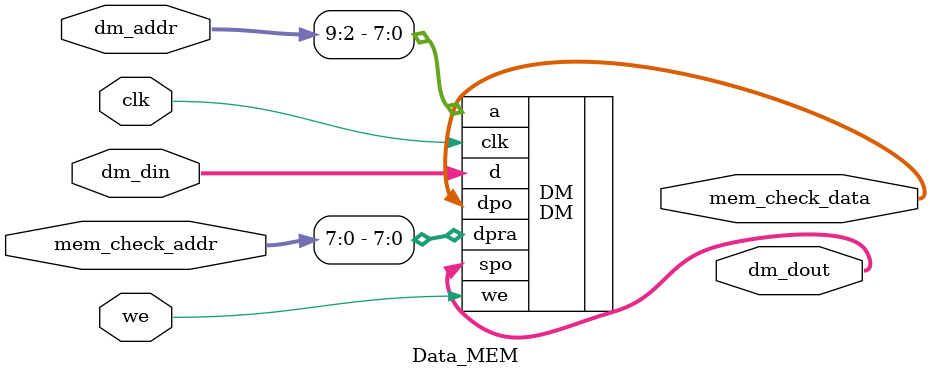
<source format=v>
module Data_MEM(
    input clk,
    input we,

    input [31:0] dm_addr,
    input [31:0] dm_din,
    output [31:0] dm_dout,
    
    input [31:0] mem_check_addr,
    output [31:0] mem_check_data
);
DM DM (
  .a(dm_addr[9:2]),        // input wire [7 : 0] a
  .d(dm_din),        // input wire [31 : 0] d
  .dpra(mem_check_addr[7:0]),  // input wire [7 : 0] dpra
  .clk(clk),    // input wire clk
  .we(we),      // input wire we
  .spo(dm_dout),    // output wire [31 : 0] spo
  .dpo(mem_check_data)    // output wire [31 : 0] dpo
);
endmodule
</source>
